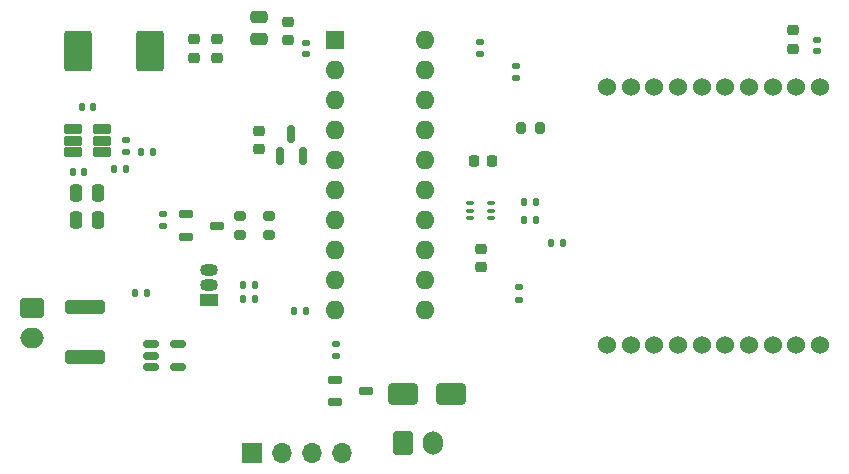
<source format=gbr>
%TF.GenerationSoftware,KiCad,Pcbnew,8.0.6*%
%TF.CreationDate,2025-02-05T16:39:24-07:00*%
%TF.ProjectId,PACS_1.0,50414353-5f31-42e3-902e-6b696361645f,rev?*%
%TF.SameCoordinates,Original*%
%TF.FileFunction,Soldermask,Top*%
%TF.FilePolarity,Negative*%
%FSLAX46Y46*%
G04 Gerber Fmt 4.6, Leading zero omitted, Abs format (unit mm)*
G04 Created by KiCad (PCBNEW 8.0.6) date 2025-02-05 16:39:24*
%MOMM*%
%LPD*%
G01*
G04 APERTURE LIST*
G04 Aperture macros list*
%AMRoundRect*
0 Rectangle with rounded corners*
0 $1 Rounding radius*
0 $2 $3 $4 $5 $6 $7 $8 $9 X,Y pos of 4 corners*
0 Add a 4 corners polygon primitive as box body*
4,1,4,$2,$3,$4,$5,$6,$7,$8,$9,$2,$3,0*
0 Add four circle primitives for the rounded corners*
1,1,$1+$1,$2,$3*
1,1,$1+$1,$4,$5*
1,1,$1+$1,$6,$7*
1,1,$1+$1,$8,$9*
0 Add four rect primitives between the rounded corners*
20,1,$1+$1,$2,$3,$4,$5,0*
20,1,$1+$1,$4,$5,$6,$7,0*
20,1,$1+$1,$6,$7,$8,$9,0*
20,1,$1+$1,$8,$9,$2,$3,0*%
G04 Aperture macros list end*
%ADD10R,1.500000X1.050000*%
%ADD11O,1.500000X1.050000*%
%ADD12RoundRect,0.140000X-0.140000X-0.170000X0.140000X-0.170000X0.140000X0.170000X-0.140000X0.170000X0*%
%ADD13RoundRect,0.135000X-0.135000X-0.185000X0.135000X-0.185000X0.135000X0.185000X-0.135000X0.185000X0*%
%ADD14R,1.600000X1.600000*%
%ADD15O,1.600000X1.600000*%
%ADD16RoundRect,0.200000X0.200000X0.275000X-0.200000X0.275000X-0.200000X-0.275000X0.200000X-0.275000X0*%
%ADD17RoundRect,0.150000X0.150000X-0.587500X0.150000X0.587500X-0.150000X0.587500X-0.150000X-0.587500X0*%
%ADD18RoundRect,0.135000X-0.185000X0.135000X-0.185000X-0.135000X0.185000X-0.135000X0.185000X0.135000X0*%
%ADD19RoundRect,0.225000X0.250000X-0.225000X0.250000X0.225000X-0.250000X0.225000X-0.250000X-0.225000X0*%
%ADD20RoundRect,0.075000X-0.250000X-0.075000X0.250000X-0.075000X0.250000X0.075000X-0.250000X0.075000X0*%
%ADD21RoundRect,0.135000X0.135000X0.185000X-0.135000X0.185000X-0.135000X-0.185000X0.135000X-0.185000X0*%
%ADD22RoundRect,0.250000X-0.250000X-0.475000X0.250000X-0.475000X0.250000X0.475000X-0.250000X0.475000X0*%
%ADD23R,1.700000X1.700000*%
%ADD24O,1.700000X1.700000*%
%ADD25RoundRect,0.225000X-0.225000X-0.250000X0.225000X-0.250000X0.225000X0.250000X-0.225000X0.250000X0*%
%ADD26RoundRect,0.225000X-0.250000X0.225000X-0.250000X-0.225000X0.250000X-0.225000X0.250000X0.225000X0*%
%ADD27RoundRect,0.250000X-0.750000X0.600000X-0.750000X-0.600000X0.750000X-0.600000X0.750000X0.600000X0*%
%ADD28O,2.000000X1.700000*%
%ADD29RoundRect,0.162500X-0.447500X-0.162500X0.447500X-0.162500X0.447500X0.162500X-0.447500X0.162500X0*%
%ADD30RoundRect,0.140000X0.140000X0.170000X-0.140000X0.170000X-0.140000X-0.170000X0.140000X-0.170000X0*%
%ADD31RoundRect,0.250000X1.000000X0.650000X-1.000000X0.650000X-1.000000X-0.650000X1.000000X-0.650000X0*%
%ADD32RoundRect,0.099250X-0.627750X-0.297750X0.627750X-0.297750X0.627750X0.297750X-0.627750X0.297750X0*%
%ADD33RoundRect,0.250000X-1.450000X0.312500X-1.450000X-0.312500X1.450000X-0.312500X1.450000X0.312500X0*%
%ADD34RoundRect,0.200000X0.275000X-0.200000X0.275000X0.200000X-0.275000X0.200000X-0.275000X-0.200000X0*%
%ADD35RoundRect,0.135000X0.185000X-0.135000X0.185000X0.135000X-0.185000X0.135000X-0.185000X-0.135000X0*%
%ADD36RoundRect,0.140000X-0.170000X0.140000X-0.170000X-0.140000X0.170000X-0.140000X0.170000X0.140000X0*%
%ADD37RoundRect,0.140000X0.170000X-0.140000X0.170000X0.140000X-0.170000X0.140000X-0.170000X-0.140000X0*%
%ADD38RoundRect,0.250000X-0.600000X-0.750000X0.600000X-0.750000X0.600000X0.750000X-0.600000X0.750000X0*%
%ADD39O,1.700000X2.000000*%
%ADD40RoundRect,0.250000X0.475000X-0.250000X0.475000X0.250000X-0.475000X0.250000X-0.475000X-0.250000X0*%
%ADD41RoundRect,0.235000X-0.940000X-1.465000X0.940000X-1.465000X0.940000X1.465000X-0.940000X1.465000X0*%
%ADD42C,1.524000*%
%ADD43RoundRect,0.150000X-0.512500X-0.150000X0.512500X-0.150000X0.512500X0.150000X-0.512500X0.150000X0*%
G04 APERTURE END LIST*
D10*
%TO.C,Q1*%
X161000000Y-96270000D03*
D11*
X161000000Y-95000000D03*
X161000000Y-93730000D03*
%TD*%
D12*
%TO.C,C7*%
X149520000Y-85500000D03*
X150480000Y-85500000D03*
%TD*%
D13*
%TO.C,R13*%
X168240000Y-97250000D03*
X169260000Y-97250000D03*
%TD*%
%TO.C,R15*%
X189990000Y-91500000D03*
X191010000Y-91500000D03*
%TD*%
D14*
%TO.C,U1*%
X171700000Y-74325000D03*
D15*
X171700000Y-76865000D03*
X171700000Y-79405000D03*
X171700000Y-81945000D03*
X171700000Y-84485000D03*
X171700000Y-87025000D03*
X171700000Y-89565000D03*
X171700000Y-92105000D03*
X171700000Y-94645000D03*
X171700000Y-97185000D03*
X179320000Y-97185000D03*
X179320000Y-94645000D03*
X179320000Y-92105000D03*
X179320000Y-89565000D03*
X179320000Y-87025000D03*
X179320000Y-84485000D03*
X179320000Y-81945000D03*
X179320000Y-79405000D03*
X179320000Y-76865000D03*
X179320000Y-74325000D03*
%TD*%
D16*
%TO.C,R1*%
X189075000Y-81750000D03*
X187425000Y-81750000D03*
%TD*%
D17*
%TO.C,U5*%
X167050000Y-84125000D03*
X168950000Y-84125000D03*
X168000000Y-82250000D03*
%TD*%
D18*
%TO.C,R14*%
X171750000Y-99990000D03*
X171750000Y-101010000D03*
%TD*%
D19*
%TO.C,C3*%
X167750000Y-74275000D03*
X167750000Y-72725000D03*
%TD*%
D20*
%TO.C,U6*%
X183100000Y-88100000D03*
X183100000Y-88750000D03*
X183100000Y-89400000D03*
X184900000Y-89400000D03*
X184900000Y-88750000D03*
X184900000Y-88100000D03*
%TD*%
D21*
%TO.C,R6*%
X154010000Y-85250000D03*
X152990000Y-85250000D03*
%TD*%
D22*
%TO.C,C6*%
X149750000Y-87250000D03*
X151650000Y-87250000D03*
%TD*%
D23*
%TO.C,J1*%
X164700000Y-109225000D03*
D24*
X167240000Y-109225000D03*
X169780000Y-109225000D03*
X172320000Y-109225000D03*
%TD*%
D18*
%TO.C,R17*%
X184000000Y-74490000D03*
X184000000Y-75510000D03*
%TD*%
D25*
%TO.C,C1*%
X183475000Y-84500000D03*
X185025000Y-84500000D03*
%TD*%
D26*
%TO.C,C11*%
X165250000Y-81975000D03*
X165250000Y-83525000D03*
%TD*%
D21*
%TO.C,R4*%
X155760000Y-95750000D03*
X154740000Y-95750000D03*
%TD*%
D27*
%TO.C,BT1*%
X146050000Y-97000000D03*
D28*
X146050000Y-99500000D03*
%TD*%
D29*
%TO.C,U3*%
X159080000Y-89050000D03*
X159080000Y-90950000D03*
X161700000Y-90000000D03*
%TD*%
D30*
%TO.C,C8*%
X151230000Y-80000000D03*
X150270000Y-80000000D03*
%TD*%
D19*
%TO.C,C12*%
X184070000Y-93525000D03*
X184070000Y-91975000D03*
%TD*%
D18*
%TO.C,R18*%
X187250000Y-95240000D03*
X187250000Y-96260000D03*
%TD*%
D26*
%TO.C,C10*%
X161750000Y-74225000D03*
X161750000Y-75775000D03*
%TD*%
D31*
%TO.C,CR1*%
X181500000Y-104250000D03*
X177500000Y-104250000D03*
%TD*%
D32*
%TO.C,U4*%
X149490000Y-81850000D03*
X149490000Y-82800000D03*
X149490000Y-83750000D03*
X152000000Y-83750000D03*
X152000000Y-82800000D03*
X152000000Y-81850000D03*
%TD*%
D19*
%TO.C,C14*%
X210500000Y-75025000D03*
X210500000Y-73475000D03*
%TD*%
D33*
%TO.C,F1*%
X150500000Y-96862500D03*
X150500000Y-101137500D03*
%TD*%
D26*
%TO.C,C9*%
X159750000Y-74225000D03*
X159750000Y-75775000D03*
%TD*%
D21*
%TO.C,R2*%
X188760000Y-89500000D03*
X187740000Y-89500000D03*
%TD*%
D34*
%TO.C,R12*%
X166140000Y-90825000D03*
X166140000Y-89175000D03*
%TD*%
D35*
%TO.C,R9*%
X157140000Y-90010000D03*
X157140000Y-88990000D03*
%TD*%
D22*
%TO.C,C5*%
X149750000Y-89500000D03*
X151650000Y-89500000D03*
%TD*%
D36*
%TO.C,C4*%
X169250000Y-74500000D03*
X169250000Y-75460000D03*
%TD*%
D34*
%TO.C,R11*%
X163640000Y-90825000D03*
X163640000Y-89175000D03*
%TD*%
D37*
%TO.C,C13*%
X212500000Y-75230000D03*
X212500000Y-74270000D03*
%TD*%
D13*
%TO.C,R7*%
X163880000Y-95000000D03*
X164900000Y-95000000D03*
%TD*%
D21*
%TO.C,R5*%
X164900000Y-96250000D03*
X163880000Y-96250000D03*
%TD*%
%TO.C,R3*%
X188760000Y-88000000D03*
X187740000Y-88000000D03*
%TD*%
D38*
%TO.C,J2*%
X177500000Y-108450000D03*
D39*
X180000000Y-108450000D03*
%TD*%
D29*
%TO.C,Q2*%
X171690000Y-103050000D03*
X171690000Y-104950000D03*
X174310000Y-104000000D03*
%TD*%
D40*
%TO.C,C2*%
X165250000Y-74200000D03*
X165250000Y-72300000D03*
%TD*%
D41*
%TO.C,L1*%
X149975000Y-75250000D03*
X156025000Y-75250000D03*
%TD*%
D13*
%TO.C,R8*%
X155290000Y-83750000D03*
X156310000Y-83750000D03*
%TD*%
D42*
%TO.C,U7*%
X212750000Y-78250000D03*
X210750000Y-78250000D03*
X208750000Y-78250000D03*
X206750000Y-78250000D03*
X204750000Y-78250000D03*
X202750000Y-78250000D03*
X200750000Y-78250000D03*
X198750000Y-78250000D03*
X196750000Y-78250000D03*
X194750000Y-78250000D03*
X194750000Y-100094000D03*
X196750000Y-100094000D03*
X198750000Y-100094000D03*
X200750000Y-100094000D03*
X202750000Y-100094000D03*
X204750000Y-100094000D03*
X206750000Y-100094000D03*
X208750000Y-100094000D03*
X210750000Y-100094000D03*
X212750000Y-100094000D03*
%TD*%
D35*
%TO.C,R16*%
X187000000Y-77510000D03*
X187000000Y-76490000D03*
%TD*%
D43*
%TO.C,U2*%
X156112500Y-100050000D03*
X156112500Y-101000000D03*
X156112500Y-101950000D03*
X158387500Y-101950000D03*
X158387500Y-100050000D03*
%TD*%
D35*
%TO.C,R10*%
X154000000Y-83760000D03*
X154000000Y-82740000D03*
%TD*%
M02*

</source>
